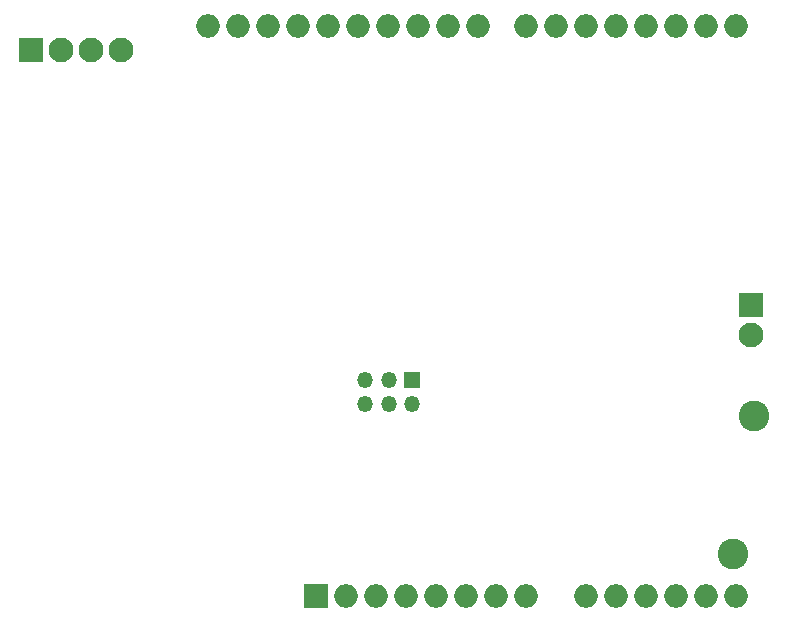
<source format=gbr>
%TF.GenerationSoftware,KiCad,Pcbnew,(6.0.5)*%
%TF.CreationDate,2022-06-24T11:28:33+01:00*%
%TF.ProjectId,Driver PCB,44726976-6572-4205-9043-422e6b696361,0*%
%TF.SameCoordinates,Original*%
%TF.FileFunction,Soldermask,Bot*%
%TF.FilePolarity,Negative*%
%FSLAX46Y46*%
G04 Gerber Fmt 4.6, Leading zero omitted, Abs format (unit mm)*
G04 Created by KiCad (PCBNEW (6.0.5)) date 2022-06-24 11:28:33*
%MOMM*%
%LPD*%
G01*
G04 APERTURE LIST*
%ADD10R,2.000000X2.000000*%
%ADD11O,2.000000X2.000000*%
%ADD12R,2.100000X2.100000*%
%ADD13C,2.100000*%
%ADD14R,1.350000X1.350000*%
%ADD15O,1.350000X1.350000*%
%ADD16C,2.600000*%
G04 APERTURE END LIST*
D10*
%TO.C,A1*%
X119380000Y-105918000D03*
D11*
X121920000Y-105918000D03*
X124460000Y-105918000D03*
X127000000Y-105918000D03*
X129540000Y-105918000D03*
X132080000Y-105918000D03*
X134620000Y-105918000D03*
X137160000Y-105918000D03*
X142240000Y-105918000D03*
X144780000Y-105918000D03*
X147320000Y-105918000D03*
X149860000Y-105918000D03*
X152400000Y-105918000D03*
X154940000Y-105918000D03*
X154940000Y-57658000D03*
X152400000Y-57658000D03*
X149860000Y-57658000D03*
X147320000Y-57658000D03*
X144780000Y-57658000D03*
X142240000Y-57658000D03*
X139700000Y-57658000D03*
X137160000Y-57658000D03*
X133100000Y-57658000D03*
X130560000Y-57658000D03*
X128020000Y-57658000D03*
X125480000Y-57658000D03*
X122940000Y-57658000D03*
X120400000Y-57658000D03*
X117860000Y-57658000D03*
X115320000Y-57658000D03*
X112780000Y-57658000D03*
X110240000Y-57658000D03*
%TD*%
D12*
%TO.C,J2*%
X156210000Y-81280000D03*
D13*
X156210000Y-83820000D03*
%TD*%
D12*
%TO.C,J4*%
X95245000Y-59690000D03*
D13*
X97785000Y-59690000D03*
X100325000Y-59690000D03*
X102865000Y-59690000D03*
%TD*%
D14*
%TO.C,J1*%
X127508000Y-87630000D03*
D15*
X127508000Y-89630000D03*
X125508000Y-87630000D03*
X125508000Y-89630000D03*
X123508000Y-87630000D03*
X123508000Y-89630000D03*
%TD*%
D16*
%TO.C,J7*%
X156464000Y-90678000D03*
%TD*%
%TO.C,J5*%
X154686000Y-102362000D03*
%TD*%
M02*

</source>
